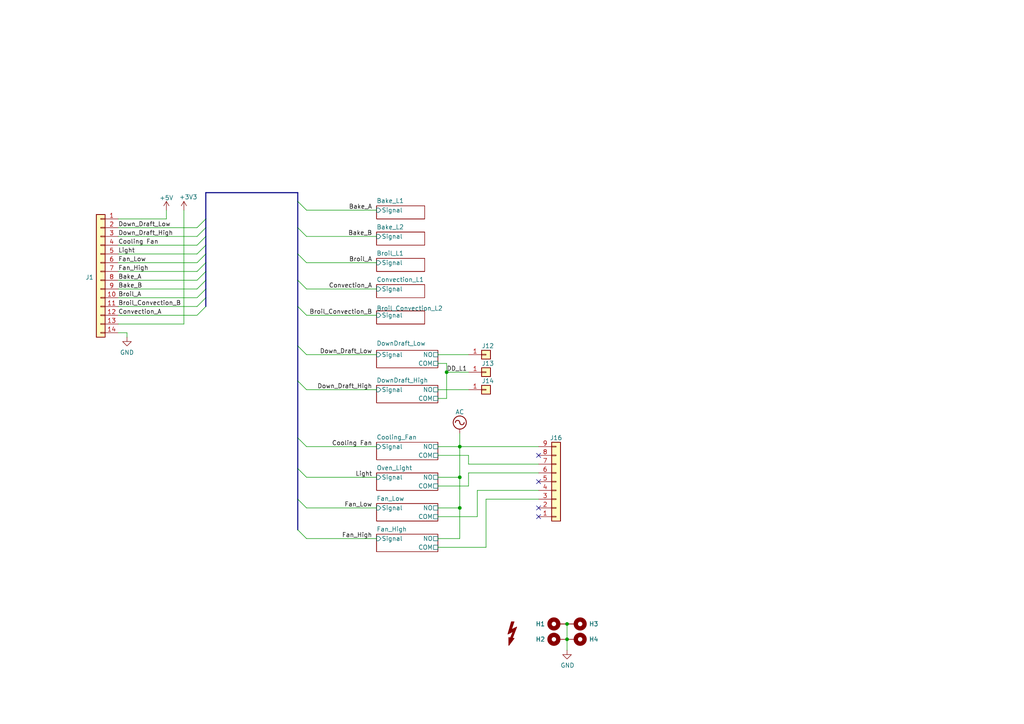
<source format=kicad_sch>
(kicad_sch (version 20211123) (generator eeschema)
  (paper "A4")
  (lib_symbols
    (symbol "Connector_Generic:Conn_01x01" (pin_names (offset 1.016) hide)
      (property "Reference" "J" (at 0 2.54 0))
      (property "Value" "Conn_01x01" (at 0 -2.54 0))
      (symbol "Conn_01x01_1_1"
        (rectangle (start -1.27 0.127) (end 0 -0.127) (stroke (width 0.1524)))
        (rectangle (start -1.27 1.27) (end 1.27 -1.27) (stroke (width 0.254)) (fill (type background)))
        (pin passive line (at -5.08 0 0) (length 3.81) (name "Pin_1") (number "1"))
      )
    )
    (symbol "Connector_Generic:Conn_01x09" (pin_names (offset 1.016) hide)
      (property "Reference" "J" (at 0 12.7 0))
      (property "Value" "Conn_01x09" (at 0 -12.7 0))
      (symbol "Conn_01x09_1_1"
        (rectangle (start -1.27 -10.033) (end 0 -10.287) (stroke (width 0.1524)))
        (rectangle (start -1.27 -7.493) (end 0 -7.747) (stroke (width 0.1524)))
        (rectangle (start -1.27 -4.953) (end 0 -5.207) (stroke (width 0.1524)))
        (rectangle (start -1.27 -2.413) (end 0 -2.667) (stroke (width 0.1524)))
        (rectangle (start -1.27 0.127) (end 0 -0.127) (stroke (width 0.1524)))
        (rectangle (start -1.27 2.667) (end 0 2.413) (stroke (width 0.1524)))
        (rectangle (start -1.27 5.207) (end 0 4.953) (stroke (width 0.1524)))
        (rectangle (start -1.27 7.747) (end 0 7.493) (stroke (width 0.1524)))
        (rectangle (start -1.27 10.287) (end 0 10.033) (stroke (width 0.1524)))
        (rectangle (start -1.27 11.43) (end 1.27 -11.43) (stroke (width 0.254)) (fill (type background)))
        (pin passive line (at -5.08 10.16 0) (length 3.81) (name "Pin_1") (number "1"))
        (pin passive line (at -5.08 7.62 0) (length 3.81) (name "Pin_2") (number "2"))
        (pin passive line (at -5.08 5.08 0) (length 3.81) (name "Pin_3") (number "3"))
        (pin passive line (at -5.08 2.54 0) (length 3.81) (name "Pin_4") (number "4"))
        (pin passive line (at -5.08 0 0) (length 3.81) (name "Pin_5") (number "5"))
        (pin passive line (at -5.08 -2.54 0) (length 3.81) (name "Pin_6") (number "6"))
        (pin passive line (at -5.08 -5.08 0) (length 3.81) (name "Pin_7") (number "7"))
        (pin passive line (at -5.08 -7.62 0) (length 3.81) (name "Pin_8") (number "8"))
        (pin passive line (at -5.08 -10.16 0) (length 3.81) (name "Pin_9") (number "9"))
      )
    )
    (symbol "Connector_Generic:Conn_01x14" (pin_names (offset 1.016) hide)
      (property "Reference" "J" (at 0 17.78 0))
      (property "Value" "Conn_01x14" (at 0 -20.32 0))
      (symbol "Conn_01x14_1_1"
        (rectangle (start -1.27 -17.653) (end 0 -17.907) (stroke (width 0.1524)))
        (rectangle (start -1.27 -15.113) (end 0 -15.367) (stroke (width 0.1524)))
        (rectangle (start -1.27 -12.573) (end 0 -12.827) (stroke (width 0.1524)))
        (rectangle (start -1.27 -10.033) (end 0 -10.287) (stroke (width 0.1524)))
        (rectangle (start -1.27 -7.493) (end 0 -7.747) (stroke (width 0.1524)))
        (rectangle (start -1.27 -4.953) (end 0 -5.207) (stroke (width 0.1524)))
        (rectangle (start -1.27 -2.413) (end 0 -2.667) (stroke (width 0.1524)))
        (rectangle (start -1.27 0.127) (end 0 -0.127) (stroke (width 0.1524)))
        (rectangle (start -1.27 2.667) (end 0 2.413) (stroke (width 0.1524)))
        (rectangle (start -1.27 5.207) (end 0 4.953) (stroke (width 0.1524)))
        (rectangle (start -1.27 7.747) (end 0 7.493) (stroke (width 0.1524)))
        (rectangle (start -1.27 10.287) (end 0 10.033) (stroke (width 0.1524)))
        (rectangle (start -1.27 12.827) (end 0 12.573) (stroke (width 0.1524)))
        (rectangle (start -1.27 15.367) (end 0 15.113) (stroke (width 0.1524)))
        (rectangle (start -1.27 16.51) (end 1.27 -19.05) (stroke (width 0.254)) (fill (type background)))
        (pin passive line (at -5.08 15.24 0) (length 3.81) (name "Pin_1") (number "1"))
        (pin passive line (at -5.08 -7.62 0) (length 3.81) (name "Pin_10") (number "10"))
        (pin passive line (at -5.08 -10.16 0) (length 3.81) (name "Pin_11") (number "11"))
        (pin passive line (at -5.08 -12.7 0) (length 3.81) (name "Pin_12") (number "12"))
        (pin passive line (at -5.08 -15.24 0) (length 3.81) (name "Pin_13") (number "13"))
        (pin passive line (at -5.08 -17.78 0) (length 3.81) (name "Pin_14") (number "14"))
        (pin passive line (at -5.08 12.7 0) (length 3.81) (name "Pin_2") (number "2"))
        (pin passive line (at -5.08 10.16 0) (length 3.81) (name "Pin_3") (number "3"))
        (pin passive line (at -5.08 7.62 0) (length 3.81) (name "Pin_4") (number "4"))
        (pin passive line (at -5.08 5.08 0) (length 3.81) (name "Pin_5") (number "5"))
        (pin passive line (at -5.08 2.54 0) (length 3.81) (name "Pin_6") (number "6"))
        (pin passive line (at -5.08 0 0) (length 3.81) (name "Pin_7") (number "7"))
        (pin passive line (at -5.08 -2.54 0) (length 3.81) (name "Pin_8") (number "8"))
        (pin passive line (at -5.08 -5.08 0) (length 3.81) (name "Pin_9") (number "9"))
      )
    )
    (symbol "Graphic:SYM_Flash_Small" (pin_names (offset 1.016))
      (symbol "SYM_Flash_Small_0_1"
        (polyline (pts (xy 0.508 -1.016) (xy -1.016 -0.762) (xy -1.016 -3.048) (xy 0.508 -1.016)) (stroke (width 0.2032)) (fill (type outline)))
        (polyline (pts (xy -0.254 3.81) (xy 0.508 3.81) (xy -0.254 1.524) (xy 1.27 2.286) (xy 0 -1.016) (xy -0.508 -0.762) (xy 0.254 1.016) (xy -1.27 0.254) (xy -0.254 3.81)) (stroke (width 0.2032)) (fill (type outline)))
      )
    )
    (symbol "Mechanical:MountingHole_Pad" (pin_numbers hide) (pin_names (offset 1.016) hide)
      (property "Reference" "H" (at 0 6.35 0))
      (property "Value" "MountingHole_Pad" (at 0 4.445 0))
      (symbol "MountingHole_Pad_0_1"
        (circle (center 0 1.27) (radius 1.27) (stroke (width 1.27)))
      )
      (symbol "MountingHole_Pad_1_1"
        (pin input line (at 0 -2.54 90) (length 2.54) (name "1") (number "1"))
      )
    )
    (symbol "power:+3V3" (power) (pin_names (offset 0))
      (property "Value" "+3V3" (at 0 3.556 0))
      (symbol "+3V3_0_1"
        (polyline (pts (xy -0.762 1.27) (xy 0 2.54)))
        (polyline (pts (xy 0 0) (xy 0 2.54)))
        (polyline (pts (xy 0 2.54) (xy 0.762 1.27)))
      )
      (symbol "+3V3_1_1"
        (pin power_in line (at 0 0 90) (length 0) hide (name "+3V3") (number "1"))
      )
    )
    (symbol "power:+5V" (power) (pin_names (offset 0))
      (property "Value" "+5V" (at 0 3.556 0))
      (symbol "+5V_0_1"
        (polyline (pts (xy -0.762 1.27) (xy 0 2.54)))
        (polyline (pts (xy 0 0) (xy 0 2.54)))
        (polyline (pts (xy 0 2.54) (xy 0.762 1.27)))
      )
      (symbol "+5V_1_1"
        (pin power_in line (at 0 0 90) (length 0) hide (name "+5V") (number "1"))
      )
    )
    (symbol "power:AC" (power) (pin_names (offset 0))
      (property "Value" "AC" (at 0 6.35 0))
      (symbol "AC_0_1"
        (polyline (pts (xy 0 0) (xy 0 1.27)))
        (arc (start 0 3.175) (mid -0.635 3.81) (end -1.27 3.175) (stroke (width 0.254)))
        (arc (start 0 3.175) (mid 0.635 2.54) (end 1.27 3.175) (stroke (width 0.254)))
        (circle (center 0 3.175) (radius 1.905) (stroke (width 0.254)))
      )
      (symbol "AC_1_1"
        (pin power_in line (at 0 0 90) (length 0) hide (name "AC") (number "1"))
      )
    )
    (symbol "power:GND" (power) (pin_names (offset 0))
      (property "Value" "GND" (at 0 -3.81 0))
      (symbol "GND_0_1"
        (polyline (pts (xy 0 0) (xy 0 -1.27) (xy 1.27 -1.27) (xy 0 -2.54) (xy -1.27 -1.27) (xy 0 -1.27)))
      )
      (symbol "GND_1_1"
        (pin power_in line (at 0 0 270) (length 0) hide (name "GND") (number "1"))
      )
    )
  )
  (junction (at 133.35 138.43))
  (junction (at 129.54 107.95))
  (junction (at 133.35 147.32))
  (junction (at 133.35 129.54))
  (junction (at 164.465 180.975))
  (junction (at 164.465 185.42))
  (no_connect (at 156.21 132.08))
  (no_connect (at 156.21 139.7))
  (no_connect (at 156.21 147.32))
  (no_connect (at 156.21 149.86))
  (bus_entry (at 86.36 81.28) (size 2.54 2.54))
  (bus_entry (at 59.69 68.58) (size -2.54 2.54))
  (bus_entry (at 86.36 144.78) (size 2.54 2.54))
  (bus_entry (at 86.36 88.9) (size 2.54 2.54))
  (bus_entry (at 59.69 66.04) (size -2.54 2.54))
  (bus_entry (at 86.36 58.42) (size 2.54 2.54))
  (bus_entry (at 59.69 76.2) (size -2.54 2.54))
  (bus_entry (at 86.36 100.33) (size 2.54 2.54))
  (bus_entry (at 86.36 66.04) (size 2.54 2.54))
  (bus_entry (at 59.69 63.5) (size -2.54 2.54))
  (bus_entry (at 59.69 78.74) (size -2.54 2.54))
  (bus_entry (at 59.69 83.82) (size -2.54 2.54))
  (bus_entry (at 86.36 153.67) (size 2.54 2.54))
  (bus_entry (at 59.69 73.66) (size -2.54 2.54))
  (bus_entry (at 59.69 71.12) (size -2.54 2.54))
  (bus_entry (at 59.69 88.9) (size -2.54 2.54))
  (bus_entry (at 86.36 127) (size 2.54 2.54))
  (bus_entry (at 59.69 86.36) (size -2.54 2.54))
  (bus_entry (at 59.69 81.28) (size -2.54 2.54))
  (bus_entry (at 86.36 110.49) (size 2.54 2.54))
  (bus_entry (at 86.36 135.89) (size 2.54 2.54))
  (bus_entry (at 86.36 73.66) (size 2.54 2.54))
  (wire (pts (xy 34.29 81.28) (xy 57.15 81.28)))
  (bus (pts (xy 86.36 144.78) (xy 86.36 153.67)))
  (wire (pts (xy 109.22 91.44) (xy 88.9 91.44)))
  (bus (pts (xy 59.69 86.36) (xy 59.69 88.9)))
  (wire (pts (xy 127 156.21) (xy 133.35 156.21)))
  (wire (pts (xy 34.29 73.66) (xy 57.15 73.66)))
  (wire (pts (xy 34.29 68.58) (xy 57.15 68.58)))
  (wire (pts (xy 127 102.87) (xy 135.89 102.87)))
  (wire (pts (xy 138.43 149.86) (xy 127 149.86)))
  (wire (pts (xy 127 158.75) (xy 140.97 158.75)))
  (bus (pts (xy 86.36 127) (xy 86.36 135.89)))
  (wire (pts (xy 34.29 86.36) (xy 57.15 86.36)))
  (bus (pts (xy 86.36 81.28) (xy 86.36 73.66)))
  (wire (pts (xy 36.83 97.79) (xy 36.83 96.52)))
  (wire (pts (xy 135.89 132.08) (xy 135.89 134.62)))
  (bus (pts (xy 59.69 73.66) (xy 59.69 76.2)))
  (wire (pts (xy 138.43 142.24) (xy 138.43 149.86)))
  (bus (pts (xy 59.69 81.28) (xy 59.69 78.74)))
  (wire (pts (xy 164.465 180.975) (xy 164.465 185.42)))
  (wire (pts (xy 109.22 76.2) (xy 88.9 76.2)))
  (wire (pts (xy 34.29 83.82) (xy 57.15 83.82)))
  (wire (pts (xy 133.35 129.54) (xy 156.21 129.54)))
  (wire (pts (xy 156.21 142.24) (xy 138.43 142.24)))
  (wire (pts (xy 127 147.32) (xy 133.35 147.32)))
  (wire (pts (xy 127 129.54) (xy 133.35 129.54)))
  (wire (pts (xy 109.22 156.21) (xy 88.9 156.21)))
  (wire (pts (xy 140.97 158.75) (xy 140.97 144.78)))
  (wire (pts (xy 109.22 68.58) (xy 88.9 68.58)))
  (wire (pts (xy 127 140.97) (xy 135.89 140.97)))
  (wire (pts (xy 133.35 125.73) (xy 133.35 129.54)))
  (bus (pts (xy 86.36 110.49) (xy 86.36 127)))
  (bus (pts (xy 86.36 66.04) (xy 86.36 58.42)))
  (wire (pts (xy 88.9 113.03) (xy 109.22 113.03)))
  (wire (pts (xy 34.29 63.5) (xy 48.26 63.5)))
  (wire (pts (xy 34.29 93.98) (xy 53.34 93.98)))
  (wire (pts (xy 129.54 105.41) (xy 129.54 107.95)))
  (wire (pts (xy 129.54 107.95) (xy 129.54 115.57)))
  (wire (pts (xy 135.89 140.97) (xy 135.89 137.16)))
  (bus (pts (xy 86.36 88.9) (xy 86.36 100.33)))
  (wire (pts (xy 53.34 93.98) (xy 53.34 60.96)))
  (wire (pts (xy 164.465 185.42) (xy 164.465 188.595)))
  (wire (pts (xy 34.29 71.12) (xy 57.15 71.12)))
  (wire (pts (xy 36.83 96.52) (xy 34.29 96.52)))
  (bus (pts (xy 86.36 55.88) (xy 59.69 55.88)))
  (bus (pts (xy 59.69 68.58) (xy 59.69 71.12)))
  (wire (pts (xy 34.29 76.2) (xy 57.15 76.2)))
  (wire (pts (xy 109.22 83.82) (xy 88.9 83.82)))
  (wire (pts (xy 109.22 147.32) (xy 88.9 147.32)))
  (bus (pts (xy 59.69 78.74) (xy 59.69 76.2)))
  (bus (pts (xy 86.36 73.66) (xy 86.36 66.04)))
  (wire (pts (xy 127 132.08) (xy 135.89 132.08)))
  (wire (pts (xy 109.22 138.43) (xy 88.9 138.43)))
  (wire (pts (xy 133.35 147.32) (xy 133.35 156.21)))
  (bus (pts (xy 86.36 58.42) (xy 86.36 55.88)))
  (wire (pts (xy 34.29 88.9) (xy 57.15 88.9)))
  (wire (pts (xy 127 105.41) (xy 129.54 105.41)))
  (wire (pts (xy 109.22 129.54) (xy 88.9 129.54)))
  (wire (pts (xy 34.29 66.04) (xy 57.15 66.04)))
  (wire (pts (xy 133.35 138.43) (xy 133.35 147.32)))
  (wire (pts (xy 140.97 144.78) (xy 156.21 144.78)))
  (bus (pts (xy 59.69 71.12) (xy 59.69 73.66)))
  (wire (pts (xy 109.22 60.96) (xy 88.9 60.96)))
  (bus (pts (xy 59.69 63.5) (xy 59.69 66.04)))
  (bus (pts (xy 59.69 66.04) (xy 59.69 68.58)))
  (wire (pts (xy 127 113.03) (xy 135.89 113.03)))
  (wire (pts (xy 127 115.57) (xy 129.54 115.57)))
  (wire (pts (xy 133.35 138.43) (xy 133.35 129.54)))
  (bus (pts (xy 59.69 83.82) (xy 59.69 86.36)))
  (bus (pts (xy 86.36 135.89) (xy 86.36 144.78)))
  (wire (pts (xy 127 138.43) (xy 133.35 138.43)))
  (wire (pts (xy 109.22 102.87) (xy 88.9 102.87)))
  (wire (pts (xy 34.29 91.44) (xy 57.15 91.44)))
  (wire (pts (xy 48.26 63.5) (xy 48.26 60.96)))
  (wire (pts (xy 135.89 134.62) (xy 156.21 134.62)))
  (wire (pts (xy 135.89 137.16) (xy 156.21 137.16)))
  (wire (pts (xy 129.54 107.95) (xy 135.89 107.95)))
  (wire (pts (xy 34.29 78.74) (xy 57.15 78.74)))
  (bus (pts (xy 59.69 83.82) (xy 59.69 81.28)))
  (bus (pts (xy 86.36 88.9) (xy 86.36 81.28)))
  (bus (pts (xy 86.36 100.33) (xy 86.36 110.49)))
  (bus (pts (xy 59.69 55.88) (xy 59.69 63.5)))
  (label "Broil_Convection_B" (at 34.29 88.9 0))
  (label "Broil_Convection_B" (at 107.95 91.44 180))
  (label "Bake_B" (at 107.95 68.58 180))
  (label "Convection_A" (at 107.95 83.82 180))
  (label "Broil_A" (at 107.95 76.2 180))
  (label "Convection_A" (at 34.29 91.44 0))
  (label "DD_L1" (at 129.54 107.95 0))
  (label "Light" (at 34.29 73.66 0))
  (label "Down_Draft_Low" (at 34.29 66.04 0))
  (label "Light" (at 107.95 138.43 180))
  (label "Bake_A" (at 34.29 81.28 0))
  (label "Bake_A" (at 107.95 60.96 180))
  (label "Cooling Fan" (at 34.29 71.12 0))
  (label "Fan_Low" (at 34.29 76.2 0))
  (label "Down_Draft_High" (at 34.29 68.58 0))
  (label "Down_Draft_High" (at 107.95 113.03 180))
  (label "Down_Draft_Low" (at 107.95 102.87 180))
  (label "Fan_High" (at 34.29 78.74 0))
  (label "Bake_B" (at 34.29 83.82 0))
  (label "Fan_Low" (at 107.95 147.32 180))
  (label "Cooling Fan" (at 107.95 129.54 180))
  (label "Broil_A" (at 34.29 86.36 0))
  (label "Fan_High" (at 107.95 156.21 180))
  (symbol (lib_id "Connector_Generic:Conn_01x01") (at 140.97 113.03 0) (unit 1)
    (property "Reference" "J14" (at 139.7 110.49 0) (effects (justify left)))
    (property "Value" "Conn_01x01" (effects hide))
    (property "Footprint" "lib:QuickConnect_0.25" (effects hide))
  )
  (symbol (lib_id "Connector_Generic:Conn_01x01") (at 140.97 107.95 0) (unit 1)
    (property "Reference" "J13" (at 139.7 105.41 0) (effects (justify left)))
    (property "Value" "Conn_01x01" (effects hide))
    (property "Footprint" "lib:QuickConnect_0.25" (effects hide))
  )
  (symbol (lib_id "power:GND") (at 164.465 188.595 0) (unit 1)
    (property "Reference" "#PWR03" (effects hide))
    (property "Value" "GND" (at 164.592 192.9892 0))
  )
  (symbol (lib_id "Mechanical:MountingHole_Pad") (at 161.925 185.42 90) (unit 1)
    (property "Reference" "H2" (at 158.115 185.42 90) (effects (justify left)))
    (property "Value" "MountingHole_Pad" (effects hide))
    (property "Footprint" "MountingHole:MountingHole_4.3mm_M4_Pad_Via" (effects hide))
  )
  (symbol (lib_id "Connector_Generic:Conn_01x14") (at 29.21 78.74 0) (mirror y) (unit 1)
    (property "Reference" "J1" (at 27.178 80.4438 0) (effects (justify left)))
    (property "Value" "Conn_01x14" (effects hide))
    (property "Footprint" "Connector_PinHeader_2.54mm:PinHeader_1x14_P2.54mm_Vertical" (effects hide))
  )
  (symbol (lib_id "Mechanical:MountingHole_Pad") (at 167.005 185.42 270) (mirror x) (unit 1)
    (property "Reference" "H4" (at 170.815 185.42 90) (effects (justify left)))
    (property "Value" "MountingHole_Pad" (effects hide))
    (property "Footprint" "MountingHole:MountingHole_4.3mm_M4_Pad_Via" (effects hide))
  )
  (symbol (lib_id "power:+3V3") (at 53.34 60.96 0) (mirror y) (unit 1)
    (property "Reference" "#PWR01" (effects hide))
    (property "Value" "+3V3" (at 54.61 57.15 0))
  )
  (symbol (lib_id "Mechanical:MountingHole_Pad") (at 167.005 180.975 270) (mirror x) (unit 1)
    (property "Reference" "H3" (at 170.815 180.975 90) (effects (justify left)))
    (property "Value" "MountingHole_Pad" (effects hide))
    (property "Footprint" "MountingHole:MountingHole_4.3mm_M4_Pad_Via" (effects hide))
  )
  (symbol (lib_id "power:GND") (at 36.83 97.79 0) (mirror y) (unit 1)
    (property "Reference" "#PWR02" (effects hide))
    (property "Value" "GND" (at 36.83 102.2334 0))
  )
  (symbol (lib_id "power:+5V") (at 48.26 60.96 0) (unit 1)
    (property "Reference" "#PWR0101" (effects hide))
    (property "Value" "+5V" (at 48.26 57.3842 0))
  )
  (symbol (lib_id "Connector_Generic:Conn_01x01") (at 140.97 102.87 0) (unit 1)
    (property "Reference" "J12" (at 139.7 100.33 0) (effects (justify left)))
    (property "Value" "Conn_01x01" (effects hide))
    (property "Footprint" "lib:QuickConnect_0.25" (effects hide))
  )
  (symbol (lib_id "Connector_Generic:Conn_01x09") (at 161.29 139.7 0) (mirror x) (unit 1)
    (property "Reference" "J16" (at 161.29 127 0))
    (property "Value" "Conn_01x09" (effects hide))
    (property "Footprint" "Connector_TE-Connectivity:TE_826576-9_1x09_P3.96mm_Vertical" (effects hide))
    (property "Datasheet" "https://www.te.com/commerce/DocumentDelivery/DDEController?Action=srchrtrv&DocNm=411-5899&DocType=SS&DocLang=Japanese" (effects hide))
    (property "Part Number Digikey" "A106607-ND" (effects hide))
    (property "Part Number Manufacturer" "1-1123723-9" (effects hide))
    (property "Manufacturer" "TE Connectivity AMP Connectors" (effects hide))
  )
  (symbol (lib_id "Graphic:SYM_Flash_Small") (at 148.59 184.15 0) (unit 1)
    (property "Reference" "SYM1" (effects hide))
    (property "Value" "SYM_Flash_Small" (effects hide))
    (property "Footprint" "Symbol:Symbol_Highvoltage_Type2_CopperTop_Small" (effects hide))
  )
  (symbol (lib_id "power:AC") (at 133.35 125.73 0) (unit 1)
    (property "Reference" "#PWR014" (effects hide))
    (property "Value" "AC" (at 133.35 119.4872 0))
  )
  (symbol (lib_id "Mechanical:MountingHole_Pad") (at 161.925 180.975 90) (mirror x) (unit 1)
    (property "Reference" "H1" (at 158.115 180.975 90) (effects (justify left)))
    (property "Value" "MountingHole_Pad" (effects hide))
    (property "Footprint" "MountingHole:MountingHole_4.3mm_M4_Pad_Via" (effects hide))
  )
  (sheet (at 109.22 101.6) (size 17.78 5.08) (stroke (width 0.1524))
    (property "Sheet name" "DownDraft_Low" (at 109.22 100.33 0) (effects (justify left bottom)))
    (property "Sheet file" "motors.kicad_sch" (effects hide))
    (pin "Signal" input (at 109.22 102.87 180))
    (pin "NO" passive (at 127 102.87 0))
    (pin "COM" passive (at 127 105.41 0))
  )
  (sheet (at 109.22 146.05) (size 17.78 5.08) (stroke (width 0.1524))
    (property "Sheet name" "Fan_Low" (at 109.22 145.3384 0) (effects (justify left bottom)))
    (property "Sheet file" "motors.kicad_sch" (effects hide))
    (pin "Signal" input (at 109.22 147.32 180))
    (pin "NO" passive (at 127 147.32 0))
    (pin "COM" passive (at 127 149.86 0))
  )
  (sheet (at 109.22 74.93) (size 13.97 3.81) (stroke (width 0.1524))
    (property "Sheet name" "Broil_L1" (at 109.22 74.2184 0) (effects (justify left bottom)))
    (property "Sheet file" "element.kicad_sch" (effects hide))
    (pin "Signal" input (at 109.22 76.2 180))
  )
  (sheet (at 109.22 67.31) (size 13.97 3.81) (stroke (width 0.1524))
    (property "Sheet name" "Bake_L2" (at 109.22 66.5984 0) (effects (justify left bottom)))
    (property "Sheet file" "element.kicad_sch" (effects hide))
    (pin "Signal" input (at 109.22 68.58 180))
  )
  (sheet (at 109.22 154.94) (size 17.78 5.08) (stroke (width 0.1524))
    (property "Sheet name" "Fan_High" (at 109.22 154.2284 0) (effects (justify left bottom)))
    (property "Sheet file" "motors.kicad_sch" (effects hide))
    (pin "Signal" input (at 109.22 156.21 180))
    (pin "NO" passive (at 127 156.21 0))
    (pin "COM" passive (at 127 158.75 0))
  )
  (sheet (at 109.22 128.27) (size 17.78 5.08) (stroke (width 0.1524))
    (property "Sheet name" "Cooling_Fan" (at 109.22 127.5584 0) (effects (justify left bottom)))
    (property "Sheet file" "motors.kicad_sch" (effects hide))
    (pin "Signal" input (at 109.22 129.54 180))
    (pin "NO" passive (at 127 129.54 0))
    (pin "COM" passive (at 127 132.08 0))
  )
  (sheet (at 109.22 59.69) (size 13.97 3.81) (stroke (width 0.1524))
    (property "Sheet name" "Bake_L1" (at 109.22 58.9784 0) (effects (justify left bottom)))
    (property "Sheet file" "element.kicad_sch" (effects hide))
    (pin "Signal" input (at 109.22 60.96 180))
  )
  (sheet (at 109.22 90.17) (size 13.97 3.81) (stroke (width 0.1524))
    (property "Sheet name" "Broil_Convection_L2" (at 109.22 90.17 0) (effects (justify left bottom)))
    (property "Sheet file" "element.kicad_sch" (effects hide))
    (pin "Signal" input (at 109.22 91.44 180))
  )
  (sheet (at 109.22 82.55) (size 13.97 3.81) (stroke (width 0.1524))
    (property "Sheet name" "Convection_L1" (at 109.22 81.8384 0) (effects (justify left bottom)))
    (property "Sheet file" "element.kicad_sch" (effects hide))
    (pin "Signal" input (at 109.22 83.82 180))
  )
  (sheet (at 109.22 137.16) (size 17.78 5.08) (stroke (width 0.1524))
    (property "Sheet name" "Oven_Light" (at 109.22 136.4484 0) (effects (justify left bottom)))
    (property "Sheet file" "motors.kicad_sch" (effects hide))
    (pin "Signal" input (at 109.22 138.43 180))
    (pin "NO" passive (at 127 138.43 0))
    (pin "COM" passive (at 127 140.97 0))
  )
  (sheet (at 109.22 111.76) (size 17.78 5.08) (stroke (width 0.1524))
    (property "Sheet name" "DownDraft_High" (at 109.22 111.0484 0) (effects (justify left bottom)))
    (property "Sheet file" "motors.kicad_sch" (effects hide))
    (pin "Signal" input (at 109.22 113.03 180))
    (pin "NO" passive (at 127 113.03 0))
    (pin "COM" passive (at 127 115.57 0))
  )
)
</source>
